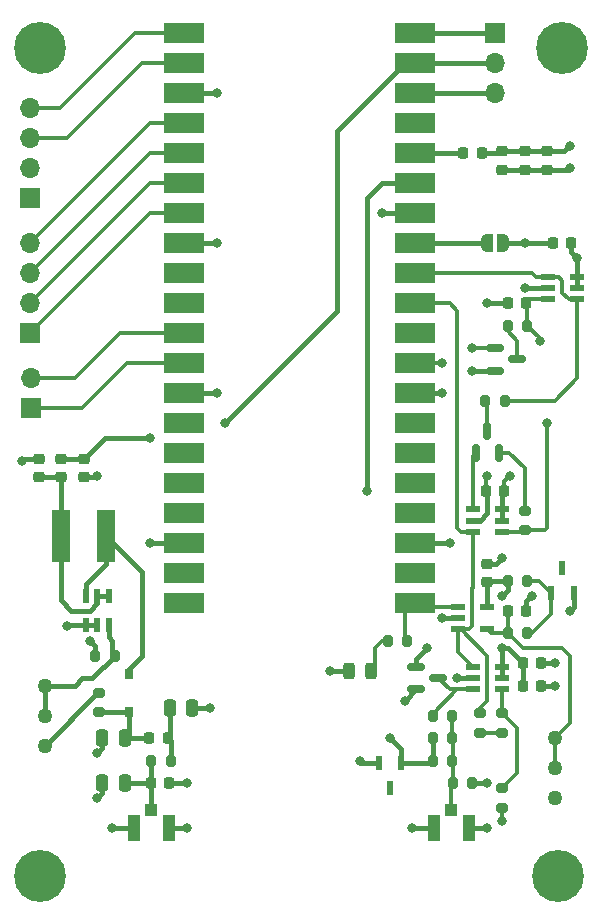
<source format=gbr>
%TF.GenerationSoftware,KiCad,Pcbnew,7.0.2-27-g7a50654f3b*%
%TF.CreationDate,2023-07-25T18:12:13-07:00*%
%TF.ProjectId,open_gamma_low_noise_v2,6f70656e-5f67-4616-9d6d-615f6c6f775f,rev?*%
%TF.SameCoordinates,Original*%
%TF.FileFunction,Copper,L1,Top*%
%TF.FilePolarity,Positive*%
%FSLAX46Y46*%
G04 Gerber Fmt 4.6, Leading zero omitted, Abs format (unit mm)*
G04 Created by KiCad (PCBNEW 7.0.2-27-g7a50654f3b) date 2023-07-25 18:12:13*
%MOMM*%
%LPD*%
G01*
G04 APERTURE LIST*
G04 Aperture macros list*
%AMRoundRect*
0 Rectangle with rounded corners*
0 $1 Rounding radius*
0 $2 $3 $4 $5 $6 $7 $8 $9 X,Y pos of 4 corners*
0 Add a 4 corners polygon primitive as box body*
4,1,4,$2,$3,$4,$5,$6,$7,$8,$9,$2,$3,0*
0 Add four circle primitives for the rounded corners*
1,1,$1+$1,$2,$3*
1,1,$1+$1,$4,$5*
1,1,$1+$1,$6,$7*
1,1,$1+$1,$8,$9*
0 Add four rect primitives between the rounded corners*
20,1,$1+$1,$2,$3,$4,$5,0*
20,1,$1+$1,$4,$5,$6,$7,0*
20,1,$1+$1,$6,$7,$8,$9,0*
20,1,$1+$1,$8,$9,$2,$3,0*%
%AMFreePoly0*
4,1,19,0.500000,-0.750000,0.000000,-0.750000,0.000000,-0.744911,-0.071157,-0.744911,-0.207708,-0.704816,-0.327430,-0.627875,-0.420627,-0.520320,-0.479746,-0.390866,-0.500000,-0.250000,-0.500000,0.250000,-0.479746,0.390866,-0.420627,0.520320,-0.327430,0.627875,-0.207708,0.704816,-0.071157,0.744911,0.000000,0.744911,0.000000,0.750000,0.500000,0.750000,0.500000,-0.750000,0.500000,-0.750000,
$1*%
%AMFreePoly1*
4,1,19,0.000000,0.744911,0.071157,0.744911,0.207708,0.704816,0.327430,0.627875,0.420627,0.520320,0.479746,0.390866,0.500000,0.250000,0.500000,-0.250000,0.479746,-0.390866,0.420627,-0.520320,0.327430,-0.627875,0.207708,-0.704816,0.071157,-0.744911,0.000000,-0.744911,0.000000,-0.750000,-0.500000,-0.750000,-0.500000,0.750000,0.000000,0.750000,0.000000,0.744911,0.000000,0.744911,
$1*%
G04 Aperture macros list end*
%TA.AperFunction,SMDPad,CuDef*%
%ADD10RoundRect,0.150000X0.150000X-0.587500X0.150000X0.587500X-0.150000X0.587500X-0.150000X-0.587500X0*%
%TD*%
%TA.AperFunction,ComponentPad*%
%ADD11R,1.700000X1.700000*%
%TD*%
%TA.AperFunction,ComponentPad*%
%ADD12O,1.700000X1.700000*%
%TD*%
%TA.AperFunction,SMDPad,CuDef*%
%ADD13R,0.760000X0.820000*%
%TD*%
%TA.AperFunction,SMDPad,CuDef*%
%ADD14R,1.200000X0.600000*%
%TD*%
%TA.AperFunction,ComponentPad*%
%ADD15C,0.700000*%
%TD*%
%TA.AperFunction,ComponentPad*%
%ADD16C,4.400000*%
%TD*%
%TA.AperFunction,SMDPad,CuDef*%
%ADD17RoundRect,0.200000X0.200000X0.275000X-0.200000X0.275000X-0.200000X-0.275000X0.200000X-0.275000X0*%
%TD*%
%TA.AperFunction,SMDPad,CuDef*%
%ADD18RoundRect,0.200000X-0.200000X-0.275000X0.200000X-0.275000X0.200000X0.275000X-0.200000X0.275000X0*%
%TD*%
%TA.AperFunction,SMDPad,CuDef*%
%ADD19RoundRect,0.225000X0.225000X0.250000X-0.225000X0.250000X-0.225000X-0.250000X0.225000X-0.250000X0*%
%TD*%
%TA.AperFunction,SMDPad,CuDef*%
%ADD20R,1.550000X4.500000*%
%TD*%
%TA.AperFunction,SMDPad,CuDef*%
%ADD21RoundRect,0.225000X-0.225000X-0.250000X0.225000X-0.250000X0.225000X0.250000X-0.225000X0.250000X0*%
%TD*%
%TA.AperFunction,ComponentPad*%
%ADD22C,1.269000*%
%TD*%
%TA.AperFunction,SMDPad,CuDef*%
%ADD23RoundRect,0.200000X0.275000X-0.200000X0.275000X0.200000X-0.275000X0.200000X-0.275000X-0.200000X0*%
%TD*%
%TA.AperFunction,SMDPad,CuDef*%
%ADD24RoundRect,0.225000X-0.250000X0.225000X-0.250000X-0.225000X0.250000X-0.225000X0.250000X0.225000X0*%
%TD*%
%TA.AperFunction,SMDPad,CuDef*%
%ADD25RoundRect,0.150000X-0.587500X-0.150000X0.587500X-0.150000X0.587500X0.150000X-0.587500X0.150000X0*%
%TD*%
%TA.AperFunction,SMDPad,CuDef*%
%ADD26RoundRect,0.243750X-0.243750X-0.456250X0.243750X-0.456250X0.243750X0.456250X-0.243750X0.456250X0*%
%TD*%
%TA.AperFunction,SMDPad,CuDef*%
%ADD27RoundRect,0.200000X-0.275000X0.200000X-0.275000X-0.200000X0.275000X-0.200000X0.275000X0.200000X0*%
%TD*%
%TA.AperFunction,SMDPad,CuDef*%
%ADD28RoundRect,0.218750X0.256250X-0.218750X0.256250X0.218750X-0.256250X0.218750X-0.256250X-0.218750X0*%
%TD*%
%TA.AperFunction,SMDPad,CuDef*%
%ADD29FreePoly0,0.000000*%
%TD*%
%TA.AperFunction,SMDPad,CuDef*%
%ADD30FreePoly1,0.000000*%
%TD*%
%TA.AperFunction,SMDPad,CuDef*%
%ADD31RoundRect,0.218750X-0.218750X-0.256250X0.218750X-0.256250X0.218750X0.256250X-0.218750X0.256250X0*%
%TD*%
%TA.AperFunction,SMDPad,CuDef*%
%ADD32R,3.500000X1.700000*%
%TD*%
%TA.AperFunction,SMDPad,CuDef*%
%ADD33RoundRect,0.225000X0.250000X-0.225000X0.250000X0.225000X-0.250000X0.225000X-0.250000X-0.225000X0*%
%TD*%
%TA.AperFunction,SMDPad,CuDef*%
%ADD34RoundRect,0.218750X0.218750X0.256250X-0.218750X0.256250X-0.218750X-0.256250X0.218750X-0.256250X0*%
%TD*%
%TA.AperFunction,SMDPad,CuDef*%
%ADD35R,0.600000X1.250000*%
%TD*%
%TA.AperFunction,SMDPad,CuDef*%
%ADD36RoundRect,0.250000X-0.250000X-0.475000X0.250000X-0.475000X0.250000X0.475000X-0.250000X0.475000X0*%
%TD*%
%TA.AperFunction,SMDPad,CuDef*%
%ADD37R,0.600000X1.200000*%
%TD*%
%TA.AperFunction,SMDPad,CuDef*%
%ADD38R,0.990600X1.041400*%
%TD*%
%TA.AperFunction,SMDPad,CuDef*%
%ADD39R,1.041400X2.209800*%
%TD*%
%TA.AperFunction,SMDPad,CuDef*%
%ADD40RoundRect,0.250000X0.250000X0.475000X-0.250000X0.475000X-0.250000X-0.475000X0.250000X-0.475000X0*%
%TD*%
%TA.AperFunction,ViaPad*%
%ADD41C,0.800000*%
%TD*%
%TA.AperFunction,Conductor*%
%ADD42C,0.399999*%
%TD*%
%TA.AperFunction,Conductor*%
%ADD43C,0.340360*%
%TD*%
G04 APERTURE END LIST*
D10*
%TO.P,D2,1,A*%
%TO.N,Net-(D2-A)*%
X187645000Y-82520000D03*
%TO.P,D2,2,K*%
%TO.N,Net-(D2-K)*%
X189545000Y-82520000D03*
%TO.P,D2,3,COM*%
%TO.N,Net-(D2-COM)*%
X188595000Y-80645000D03*
%TD*%
D11*
%TO.P,I2C1,1,Pin_1*%
%TO.N,GND*%
X149860000Y-60960000D03*
D12*
%TO.P,I2C1,2,Pin_2*%
%TO.N,VCC*%
X149860000Y-58420000D03*
%TO.P,I2C1,3,Pin_3*%
%TO.N,SCL*%
X149860000Y-55880000D03*
%TO.P,I2C1,4,Pin_4*%
%TO.N,SDA*%
X149860000Y-53340000D03*
%TD*%
D13*
%TO.P,D1,1,K*%
%TO.N,Net-(D1-K)*%
X158230000Y-104470000D03*
%TO.P,D1,2,A*%
%TO.N,Net-(D1-A)*%
X158230000Y-101270000D03*
%TD*%
D14*
%TO.P,U4,1,OUT*%
%TO.N,PEAK*%
X193695000Y-67630000D03*
%TO.P,U4,2,V-*%
%TO.N,GND*%
X193695000Y-68580000D03*
%TO.P,U4,3,+IN*%
%TO.N,Net-(U4-+IN)*%
X193695000Y-69530000D03*
%TO.P,U4,4,-IN*%
%TO.N,PEAK*%
X196195000Y-69530000D03*
%TO.P,U4,5,ENABLE*%
%TO.N,VCC*%
X196195000Y-68580000D03*
%TO.P,U4,6,V+*%
X196195000Y-67630000D03*
%TD*%
D15*
%TO.P,H3,1,1*%
%TO.N,GND*%
X149100000Y-118364000D03*
X149583274Y-117197274D03*
X149583274Y-119530726D03*
X150750000Y-116714000D03*
D16*
X150750000Y-118364000D03*
D15*
X150750000Y-120014000D03*
X151916726Y-117197274D03*
X151916726Y-119530726D03*
X152400000Y-118364000D03*
%TD*%
D17*
%TO.P,R1,1*%
%TO.N,Net-(U4-+IN)*%
X191960000Y-71755000D03*
%TO.P,R1,2*%
%TO.N,Net-(Q1-D)*%
X190310000Y-71755000D03*
%TD*%
D18*
%TO.P,R17,1*%
%TO.N,VREF*%
X183960000Y-108585000D03*
%TO.P,R17,2*%
%TO.N,SIPM*%
X185610000Y-108585000D03*
%TD*%
D19*
%TO.P,C4,1*%
%TO.N,VCC*%
X195720000Y-64770000D03*
%TO.P,C4,2*%
%TO.N,GND*%
X194170000Y-64770000D03*
%TD*%
D20*
%TO.P,L1,1,1*%
%TO.N,Net-(D1-A)*%
X156325000Y-89535000D03*
%TO.P,L1,2,2*%
%TO.N,Net-(U5-VCC)*%
X152475000Y-89535000D03*
%TD*%
D18*
%TO.P,R6,1*%
%TO.N,Net-(D3-COM)*%
X183960000Y-104775000D03*
%TO.P,R6,2*%
%TO.N,SIPM*%
X185610000Y-104775000D03*
%TD*%
D21*
%TO.P,C3,1*%
%TO.N,VCC*%
X191630000Y-100330000D03*
%TO.P,C3,2*%
%TO.N,GND*%
X193180000Y-100330000D03*
%TD*%
%TO.P,C6,1*%
%TO.N,VCC*%
X191630000Y-102235000D03*
%TO.P,C6,2*%
%TO.N,GND*%
X193180000Y-102235000D03*
%TD*%
D18*
%TO.P,R14,1*%
%TO.N,Net-(U1-IN-)*%
X190310000Y-97790000D03*
%TO.P,R14,2*%
%TO.N,VREF1*%
X191960000Y-97790000D03*
%TD*%
D19*
%TO.P,C8,1*%
%TO.N,Net-(U4-+IN)*%
X191910000Y-69850000D03*
%TO.P,C8,2*%
%TO.N,GND*%
X190360000Y-69850000D03*
%TD*%
D18*
%TO.P,R15,1*%
%TO.N,VREF*%
X183960000Y-106680000D03*
%TO.P,R15,2*%
%TO.N,SIPM*%
X185610000Y-106680000D03*
%TD*%
D21*
%TO.P,C2,1*%
%TO.N,PSU*%
X160135000Y-110490000D03*
%TO.P,C2,2*%
%TO.N,GND*%
X161685000Y-110490000D03*
%TD*%
D22*
%TO.P,R8,1,1*%
%TO.N,GND*%
X194310000Y-111760000D03*
%TO.P,R8,2,2*%
%TO.N,Net-(U1-IN-)*%
X194310000Y-109220000D03*
%TO.P,R8,3,3*%
X194310000Y-106680000D03*
%TD*%
D23*
%TO.P,R9,1*%
%TO.N,Net-(D1-K)*%
X155690000Y-104520000D03*
%TO.P,R9,2*%
%TO.N,Net-(R2-Pad1)*%
X155690000Y-102870000D03*
%TD*%
D24*
%TO.P,C14,1*%
%TO.N,VCC*%
X189865000Y-57010000D03*
%TO.P,C14,2*%
%TO.N,GND*%
X189865000Y-58560000D03*
%TD*%
D11*
%TO.P,UART1,1,Pin_1*%
%TO.N,UART1RX*%
X149975000Y-78740000D03*
D12*
%TO.P,UART1,2,Pin_2*%
%TO.N,UART1TX*%
X149975000Y-76200000D03*
%TD*%
D22*
%TO.P,R2,1,1*%
%TO.N,Net-(R2-Pad1)*%
X151130000Y-107315000D03*
%TO.P,R2,2,2*%
%TO.N,Net-(U5-FB)*%
X151130000Y-104775000D03*
%TO.P,R2,3,3*%
X151130000Y-102235000D03*
%TD*%
D14*
%TO.P,U8,1,OUT*%
%TO.N,SIG*%
X187345000Y-100650000D03*
%TO.P,U8,2,V-*%
%TO.N,GND*%
X187345000Y-101600000D03*
%TO.P,U8,3,+IN*%
%TO.N,Net-(D3-COM)*%
X187345000Y-102550000D03*
%TO.P,U8,4,-IN*%
%TO.N,Net-(U8--IN)*%
X189845000Y-102550000D03*
%TO.P,U8,5,ENABLE*%
%TO.N,VCC*%
X189845000Y-101600000D03*
%TO.P,U8,6,V+*%
X189845000Y-100650000D03*
%TD*%
D15*
%TO.P,H4,1,1*%
%TO.N,GND*%
X192914000Y-118364000D03*
X193397274Y-117197274D03*
X193397274Y-119530726D03*
X194564000Y-116714000D03*
D16*
X194564000Y-118364000D03*
D15*
X194564000Y-120014000D03*
X195730726Y-117197274D03*
X195730726Y-119530726D03*
X196214000Y-118364000D03*
%TD*%
D25*
%TO.P,D3,1,A*%
%TO.N,GND*%
X182577500Y-100650000D03*
%TO.P,D3,2,K*%
%TO.N,VCC*%
X182577500Y-102550000D03*
%TO.P,D3,3,COM*%
%TO.N,Net-(D3-COM)*%
X184452500Y-101600000D03*
%TD*%
D15*
%TO.P,H2,1,1*%
%TO.N,GND*%
X193296000Y-48260000D03*
X193779274Y-47093274D03*
X193779274Y-49426726D03*
X194946000Y-46610000D03*
D16*
X194946000Y-48260000D03*
D15*
X194946000Y-49910000D03*
X196112726Y-47093274D03*
X196112726Y-49426726D03*
X196596000Y-48260000D03*
%TD*%
D26*
%TO.P,ACT1,1,K*%
%TO.N,GND*%
X176862500Y-100965000D03*
%TO.P,ACT1,2,A*%
%TO.N,Net-(ACT1-A)*%
X178737500Y-100965000D03*
%TD*%
D27*
%TO.P,R11,1*%
%TO.N,Net-(U8--IN)*%
X189865000Y-104585000D03*
%TO.P,R11,2*%
%TO.N,Net-(R11-Pad2)*%
X189865000Y-106235000D03*
%TD*%
D21*
%TO.P,C7,1*%
%TO.N,Net-(U1-IN-)*%
X190360000Y-95885000D03*
%TO.P,C7,2*%
%TO.N,GND*%
X191910000Y-95885000D03*
%TD*%
D28*
%TO.P,L2,1,1*%
%TO.N,Net-(U5-VCC)*%
X152515000Y-84607500D03*
%TO.P,L2,2,2*%
%TO.N,VSYS*%
X152515000Y-83032500D03*
%TD*%
D25*
%TO.P,Q1,1,G*%
%TO.N,RST*%
X189230000Y-73665000D03*
%TO.P,Q1,2,S*%
%TO.N,GND*%
X189230000Y-75565000D03*
%TO.P,Q1,3,D*%
%TO.N,Net-(Q1-D)*%
X191105000Y-74615000D03*
%TD*%
D29*
%TO.P,JP1,1,A*%
%TO.N,Net-(JP1-A)*%
X188580000Y-64770000D03*
D30*
%TO.P,JP1,2,B*%
%TO.N,GND*%
X189880000Y-64770000D03*
%TD*%
D19*
%TO.P,C10,1*%
%TO.N,VCC*%
X190005000Y-85725000D03*
%TO.P,C10,2*%
%TO.N,GND*%
X188455000Y-85725000D03*
%TD*%
D18*
%TO.P,R12,1*%
%TO.N,VCC*%
X190310000Y-93345000D03*
%TO.P,R12,2*%
%TO.N,VREF1*%
X191960000Y-93345000D03*
%TD*%
D31*
%TO.P,L3,1,1*%
%TO.N,Net-(U3-3V3)*%
X186537500Y-57150000D03*
%TO.P,L3,2,2*%
%TO.N,VCC*%
X188112500Y-57150000D03*
%TD*%
D32*
%TO.P,U3,1,GPIO0*%
%TO.N,SDA*%
X162930000Y-46990000D03*
%TO.P,U3,2,GPIO1*%
%TO.N,SCL*%
X162930000Y-49530000D03*
%TO.P,U3,3,GND*%
%TO.N,GND*%
X162930000Y-52070000D03*
%TO.P,U3,4,GPIO2*%
%TO.N,SCK*%
X162930000Y-54610000D03*
%TO.P,U3,5,GPIO3*%
%TO.N,TX*%
X162930000Y-57150000D03*
%TO.P,U3,6,GPIO4*%
%TO.N,RX*%
X162930000Y-59690000D03*
%TO.P,U3,7,GPIO5*%
%TO.N,CS*%
X162930000Y-62230000D03*
%TO.P,U3,8,GND*%
%TO.N,GND*%
X162930000Y-64770000D03*
%TO.P,U3,9,GPIO6*%
%TO.N,unconnected-(U3-GPIO6-Pad9)*%
X162930000Y-67310000D03*
%TO.P,U3,10,GPIO7*%
%TO.N,unconnected-(U3-GPIO7-Pad10)*%
X162930000Y-69850000D03*
%TO.P,U3,11,GPIO8*%
%TO.N,UART1TX*%
X162930000Y-72390000D03*
%TO.P,U3,12,GPIO9*%
%TO.N,UART1RX*%
X162930000Y-74930000D03*
%TO.P,U3,13,GND*%
%TO.N,GND*%
X162930000Y-77470000D03*
%TO.P,U3,14,GPIO10*%
%TO.N,unconnected-(U3-GPIO10-Pad14)*%
X162930000Y-80010000D03*
%TO.P,U3,15,GPIO11*%
%TO.N,unconnected-(U3-GPIO11-Pad15)*%
X162930000Y-82550000D03*
%TO.P,U3,16,GPIO12*%
%TO.N,unconnected-(U3-GPIO12-Pad16)*%
X162930000Y-85090000D03*
%TO.P,U3,17,GPIO13*%
%TO.N,unconnected-(U3-GPIO13-Pad17)*%
X162930000Y-87630000D03*
%TO.P,U3,18,GND*%
%TO.N,GND*%
X162930000Y-90170000D03*
%TO.P,U3,19,GPIO14*%
%TO.N,unconnected-(U3-GPIO14-Pad19)*%
X162930000Y-92710000D03*
%TO.P,U3,20,GPIO15*%
%TO.N,unconnected-(U3-GPIO15-Pad20)*%
X162930000Y-95250000D03*
%TO.P,U3,21,GPIO16*%
%TO.N,INT*%
X182510000Y-95250000D03*
%TO.P,U3,22,GPIO17*%
%TO.N,unconnected-(U3-GPIO17-Pad22)*%
X182510000Y-92710000D03*
%TO.P,U3,23,GND*%
%TO.N,GND*%
X182510000Y-90170000D03*
%TO.P,U3,24,GPIO18*%
%TO.N,unconnected-(U3-GPIO18-Pad24)*%
X182510000Y-87630000D03*
%TO.P,U3,25,GPIO19*%
%TO.N,unconnected-(U3-GPIO19-Pad25)*%
X182510000Y-85090000D03*
%TO.P,U3,26,GPIO20*%
%TO.N,unconnected-(U3-GPIO20-Pad26)*%
X182510000Y-82550000D03*
%TO.P,U3,27,GPIO21*%
%TO.N,unconnected-(U3-GPIO21-Pad27)*%
X182510000Y-80010000D03*
%TO.P,U3,28,GND*%
%TO.N,GND*%
X182510000Y-77470000D03*
%TO.P,U3,29,GPIO22*%
%TO.N,RST*%
X182510000Y-74930000D03*
%TO.P,U3,30,RUN*%
%TO.N,unconnected-(U3-RUN-Pad30)*%
X182510000Y-72390000D03*
%TO.P,U3,31,GPIO26_ADC0*%
%TO.N,SIG*%
X182510000Y-69850000D03*
%TO.P,U3,32,GPIO27_ADC1*%
%TO.N,PEAK*%
X182510000Y-67310000D03*
%TO.P,U3,33,AGND*%
%TO.N,Net-(JP1-A)*%
X182510000Y-64770000D03*
%TO.P,U3,34,GPIO28_ADC2*%
%TO.N,GND*%
X182510000Y-62230000D03*
%TO.P,U3,35,ADC_VREF*%
%TO.N,VREF*%
X182510000Y-59690000D03*
%TO.P,U3,36,3V3*%
%TO.N,Net-(U3-3V3)*%
X182510000Y-57150000D03*
%TO.P,U3,37,3V3_EN*%
%TO.N,unconnected-(U3-3V3_EN-Pad37)*%
X182510000Y-54610000D03*
%TO.P,U3,38,GND*%
%TO.N,GND*%
X182510000Y-52070000D03*
%TO.P,U3,39,VSYS*%
%TO.N,VSYS*%
X182510000Y-49530000D03*
%TO.P,U3,40,VBUS*%
%TO.N,VBUS*%
X182510000Y-46990000D03*
%TD*%
D33*
%TO.P,C9,1*%
%TO.N,VCC*%
X188595000Y-93485000D03*
%TO.P,C9,2*%
%TO.N,GND*%
X188595000Y-91935000D03*
%TD*%
D11*
%TO.P,J3,1,Pin_1*%
%TO.N,VBUS*%
X189230000Y-46990000D03*
D12*
%TO.P,J3,2,Pin_2*%
%TO.N,VSYS*%
X189230000Y-49530000D03*
%TO.P,J3,3,Pin_3*%
%TO.N,GND*%
X189230000Y-52070000D03*
%TD*%
D34*
%TO.P,L4,1,1*%
%TO.N,Net-(C5-Pad1)*%
X161557500Y-106680000D03*
%TO.P,L4,2,2*%
%TO.N,Net-(D1-K)*%
X159982500Y-106680000D03*
%TD*%
D24*
%TO.P,C11,1*%
%TO.N,VCC*%
X191770000Y-57010000D03*
%TO.P,C11,2*%
%TO.N,GND*%
X191770000Y-58560000D03*
%TD*%
D35*
%TO.P,U6,1,+*%
%TO.N,VREF1*%
X193995000Y-94395000D03*
%TO.P,U6,2,-*%
%TO.N,GND*%
X195895000Y-94395000D03*
%TO.P,U6,3,N.C.*%
%TO.N,unconnected-(U6-N.C.-Pad3)*%
X194945000Y-92295000D03*
%TD*%
D36*
%TO.P,C5,1*%
%TO.N,Net-(C5-Pad1)*%
X161725000Y-104140000D03*
%TO.P,C5,2*%
%TO.N,GND*%
X163625000Y-104140000D03*
%TD*%
D37*
%TO.P,U5,1,PGND*%
%TO.N,GND*%
X154625000Y-97135000D03*
%TO.P,U5,2,GND*%
X155575000Y-97135000D03*
%TO.P,U5,3,FB*%
%TO.N,Net-(U5-FB)*%
X156525000Y-97135000D03*
%TO.P,U5,4,~{SHDN}*%
%TO.N,Net-(U5-VCC)*%
X156525000Y-94635000D03*
%TO.P,U5,5,VCC*%
X155575000Y-94635000D03*
%TO.P,U5,6,LX*%
%TO.N,Net-(D1-A)*%
X154625000Y-94635000D03*
%TD*%
D27*
%TO.P,R10,1*%
%TO.N,Net-(D2-K)*%
X191770000Y-87440000D03*
%TO.P,R10,2*%
%TO.N,Net-(U4-+IN)*%
X191770000Y-89090000D03*
%TD*%
D17*
%TO.P,R13,1*%
%TO.N,Net-(U5-FB)*%
X157035000Y-99695000D03*
%TO.P,R13,2*%
%TO.N,GND*%
X155385000Y-99695000D03*
%TD*%
D38*
%TO.P,J1,1,SIG*%
%TO.N,PSU*%
X160135000Y-112779200D03*
D39*
%TO.P,J1,2,GND*%
%TO.N,GND*%
X161614300Y-114300000D03*
%TO.P,J1,3,GND*%
X158655700Y-114300000D03*
%TD*%
D23*
%TO.P,R16,1*%
%TO.N,GND*%
X189865000Y-112585000D03*
%TO.P,R16,2*%
%TO.N,Net-(U8--IN)*%
X189865000Y-110935000D03*
%TD*%
D17*
%TO.P,R19,1*%
%TO.N,Net-(C5-Pad1)*%
X161785000Y-108585000D03*
%TO.P,R19,2*%
%TO.N,PSU*%
X160135000Y-108585000D03*
%TD*%
D18*
%TO.P,R3,1*%
%TO.N,Net-(D2-COM)*%
X188405000Y-78105000D03*
%TO.P,R3,2*%
%TO.N,PEAK*%
X190055000Y-78105000D03*
%TD*%
D17*
%TO.P,R5,1*%
%TO.N,INT*%
X181800000Y-98425000D03*
%TO.P,R5,2*%
%TO.N,Net-(ACT1-A)*%
X180150000Y-98425000D03*
%TD*%
D24*
%TO.P,C13,1*%
%TO.N,VSYS*%
X154420000Y-83045000D03*
%TO.P,C13,2*%
%TO.N,GND*%
X154420000Y-84595000D03*
%TD*%
D40*
%TO.P,C1,1*%
%TO.N,PSU*%
X157910000Y-110490000D03*
%TO.P,C1,2*%
%TO.N,GND*%
X156010000Y-110490000D03*
%TD*%
D33*
%TO.P,C15,1*%
%TO.N,Net-(U5-VCC)*%
X150610000Y-84595000D03*
%TO.P,C15,2*%
%TO.N,GND*%
X150610000Y-83045000D03*
%TD*%
D23*
%TO.P,R7,1*%
%TO.N,Net-(R11-Pad2)*%
X187960000Y-106235000D03*
%TO.P,R7,2*%
%TO.N,SIG*%
X187960000Y-104585000D03*
%TD*%
D14*
%TO.P,U1,1,OUT*%
%TO.N,INT*%
X186075000Y-95570000D03*
%TO.P,U1,2,GND*%
%TO.N,GND*%
X186075000Y-96520000D03*
%TO.P,U1,3,IN+*%
%TO.N,SIG*%
X186075000Y-97470000D03*
%TO.P,U1,4,IN-*%
%TO.N,Net-(U1-IN-)*%
X188575000Y-97470000D03*
%TO.P,U1,5,VCC*%
%TO.N,VCC*%
X188575000Y-95570000D03*
%TD*%
D35*
%TO.P,U2,1,+*%
%TO.N,VREF*%
X181290000Y-108805000D03*
%TO.P,U2,2,-*%
%TO.N,GND*%
X179390000Y-108805000D03*
%TO.P,U2,3,N.C.*%
%TO.N,unconnected-(U2-N.C.-Pad3)*%
X180340000Y-110905000D03*
%TD*%
D18*
%TO.P,R4,1*%
%TO.N,SIPM*%
X185675000Y-110490000D03*
%TO.P,R4,2*%
%TO.N,GND*%
X187325000Y-110490000D03*
%TD*%
D15*
%TO.P,H1,1,1*%
%TO.N,GND*%
X149100000Y-48260000D03*
X149583274Y-47093274D03*
X149583274Y-49426726D03*
X150750000Y-46610000D03*
D16*
X150750000Y-48260000D03*
D15*
X150750000Y-49910000D03*
X151916726Y-47093274D03*
X151916726Y-49426726D03*
X152400000Y-48260000D03*
%TD*%
D40*
%TO.P,C16,1*%
%TO.N,Net-(D1-K)*%
X157910000Y-106680000D03*
%TO.P,C16,2*%
%TO.N,GND*%
X156010000Y-106680000D03*
%TD*%
D11*
%TO.P,SPI1,1,Pin_1*%
%TO.N,CS*%
X149860000Y-72390000D03*
D12*
%TO.P,SPI1,2,Pin_2*%
%TO.N,RX*%
X149860000Y-69850000D03*
%TO.P,SPI1,3,Pin_3*%
%TO.N,TX*%
X149860000Y-67310000D03*
%TO.P,SPI1,4,Pin_4*%
%TO.N,SCK*%
X149860000Y-64770000D03*
%TD*%
D14*
%TO.P,U7,1,OUT*%
%TO.N,Net-(D2-A)*%
X187345000Y-87315000D03*
%TO.P,U7,2,V-*%
%TO.N,GND*%
X187345000Y-88265000D03*
%TO.P,U7,3,+IN*%
%TO.N,SIG*%
X187345000Y-89215000D03*
%TO.P,U7,4,-IN*%
%TO.N,Net-(U4-+IN)*%
X189845000Y-89215000D03*
%TO.P,U7,5,ENABLE*%
%TO.N,VCC*%
X189845000Y-88265000D03*
%TO.P,U7,6,V+*%
X189845000Y-87315000D03*
%TD*%
D24*
%TO.P,C12,1*%
%TO.N,VCC*%
X193675000Y-57010000D03*
%TO.P,C12,2*%
%TO.N,GND*%
X193675000Y-58560000D03*
%TD*%
D38*
%TO.P,J2,1,SIG*%
%TO.N,SIPM*%
X185535000Y-112779200D03*
D39*
%TO.P,J2,2,GND*%
%TO.N,GND*%
X187014300Y-114300000D03*
%TO.P,J2,3,GND*%
X184055700Y-114300000D03*
%TD*%
D41*
%TO.N,GND*%
X177800000Y-108585000D03*
X194310000Y-102235000D03*
X189865000Y-91440000D03*
X186055000Y-101600000D03*
X195580000Y-95885000D03*
X187325000Y-75565000D03*
X191770000Y-64770000D03*
X165735000Y-77470000D03*
X153035000Y-97155000D03*
X165100000Y-104140000D03*
X184785000Y-77470000D03*
X156845000Y-114300000D03*
X192405000Y-94615000D03*
X185420000Y-90170000D03*
X154940000Y-98425000D03*
X155575000Y-111760000D03*
X183515000Y-99060000D03*
X163195000Y-110490000D03*
X188595000Y-84455000D03*
X188595000Y-114300000D03*
X184785000Y-96520000D03*
X189865000Y-113665000D03*
X188595000Y-69850000D03*
X182245000Y-114300000D03*
X179705000Y-62230000D03*
X155575000Y-84455000D03*
X155575000Y-107950000D03*
X149225000Y-83185000D03*
X163195000Y-114300000D03*
X188595000Y-110490000D03*
X165735000Y-64770000D03*
X160020000Y-90170000D03*
X175260000Y-100965000D03*
X195580000Y-58420000D03*
X191770000Y-68580000D03*
X165735000Y-52070000D03*
X194310000Y-100330000D03*
%TO.N,VCC*%
X181610000Y-103505000D03*
X196215000Y-66040000D03*
X189865000Y-94615000D03*
X190500000Y-84455000D03*
X189865000Y-99060000D03*
X195580000Y-56515000D03*
%TO.N,VSYS*%
X160020000Y-81280000D03*
X166370000Y-80010000D03*
%TO.N,RST*%
X187325000Y-73660000D03*
X184785000Y-74930000D03*
%TO.N,VREF*%
X180340000Y-106680000D03*
X178435000Y-85725000D03*
%TO.N,Net-(U4-+IN)*%
X193675000Y-80010000D03*
X193040000Y-73025000D03*
%TD*%
D42*
%TO.N,GND*%
X184055700Y-114300000D02*
X182245000Y-114300000D01*
X161614300Y-114300000D02*
X163195000Y-114300000D01*
X154420000Y-84595000D02*
X155435000Y-84595000D01*
X189880000Y-64770000D02*
X191770000Y-64770000D01*
X191910000Y-95885000D02*
X191910000Y-95110000D01*
X189230000Y-75565000D02*
X187325000Y-75565000D01*
X188595000Y-91935000D02*
X189370000Y-91935000D01*
X149365000Y-83045000D02*
X149225000Y-83185000D01*
X181610000Y-90170000D02*
X185420000Y-90170000D01*
X188595000Y-85865000D02*
X188455000Y-85725000D01*
X163625000Y-104140000D02*
X165100000Y-104140000D01*
X195895000Y-94395000D02*
X195895000Y-95570000D01*
X187325000Y-110490000D02*
X188595000Y-110490000D01*
X187345000Y-101600000D02*
X186055000Y-101600000D01*
X155435000Y-84595000D02*
X155575000Y-84455000D01*
X163830000Y-64770000D02*
X165735000Y-64770000D01*
X190360000Y-69850000D02*
X188595000Y-69850000D01*
X187345000Y-88265000D02*
X187960000Y-88265000D01*
D43*
X188455000Y-85725000D02*
X188455000Y-84595000D01*
D42*
X155385000Y-98870000D02*
X154940000Y-98425000D01*
X156010000Y-107515000D02*
X155575000Y-107950000D01*
X163830000Y-77470000D02*
X165735000Y-77470000D01*
X155385000Y-99695000D02*
X155385000Y-98870000D01*
X188595000Y-87630000D02*
X188595000Y-85865000D01*
X163830000Y-52070000D02*
X165735000Y-52070000D01*
X163830000Y-90170000D02*
X160020000Y-90170000D01*
X178020000Y-108805000D02*
X177800000Y-108585000D01*
X193180000Y-102235000D02*
X194310000Y-102235000D01*
X156010000Y-111325000D02*
X155575000Y-111760000D01*
X193180000Y-100330000D02*
X194310000Y-100330000D01*
X176862500Y-100965000D02*
X175260000Y-100965000D01*
X181610000Y-52070000D02*
X189230000Y-52070000D01*
X156010000Y-110490000D02*
X156010000Y-111325000D01*
X182577500Y-100650000D02*
X182577500Y-99997500D01*
X195895000Y-95570000D02*
X195580000Y-95885000D01*
X189865000Y-58560000D02*
X195440000Y-58560000D01*
X181610000Y-77470000D02*
X184785000Y-77470000D01*
X194170000Y-64770000D02*
X191770000Y-64770000D01*
X155575000Y-97135000D02*
X153055000Y-97135000D01*
X182577500Y-99997500D02*
X183515000Y-99060000D01*
X187960000Y-88265000D02*
X188595000Y-87630000D01*
D43*
X189865000Y-112585000D02*
X189865000Y-113665000D01*
D42*
X186075000Y-96520000D02*
X184785000Y-96520000D01*
D43*
X188455000Y-84595000D02*
X188595000Y-84455000D01*
D42*
X189370000Y-91935000D02*
X189865000Y-91440000D01*
X193695000Y-68580000D02*
X191770000Y-68580000D01*
X158655700Y-114300000D02*
X156845000Y-114300000D01*
X179390000Y-108805000D02*
X178020000Y-108805000D01*
X161685000Y-110490000D02*
X163195000Y-110490000D01*
X181610000Y-62230000D02*
X179705000Y-62230000D01*
X187014300Y-114300000D02*
X188595000Y-114300000D01*
X150610000Y-83045000D02*
X149365000Y-83045000D01*
X153055000Y-97135000D02*
X153035000Y-97155000D01*
X191910000Y-95110000D02*
X192405000Y-94615000D01*
X195440000Y-58560000D02*
X195580000Y-58420000D01*
X156010000Y-106680000D02*
X156010000Y-107515000D01*
D43*
%TO.N,Net-(ACT1-A)*%
X179705000Y-98425000D02*
X179070000Y-99060000D01*
X179070000Y-99060000D02*
X179070000Y-100632500D01*
X180150000Y-98425000D02*
X179705000Y-98425000D01*
X179070000Y-100632500D02*
X178737500Y-100965000D01*
D42*
%TO.N,PSU*%
X160135000Y-110490000D02*
X160135000Y-108585000D01*
X160135000Y-110490000D02*
X157910000Y-110490000D01*
X160135000Y-110490000D02*
X160135000Y-112779200D01*
D43*
%TO.N,Net-(D2-K)*%
X189545000Y-82520000D02*
X190470000Y-82520000D01*
X191770000Y-83820000D02*
X191770000Y-87440000D01*
X190470000Y-82520000D02*
X191770000Y-83820000D01*
D42*
%TO.N,VCC*%
X189725000Y-57150000D02*
X189865000Y-57010000D01*
X189845000Y-99080000D02*
X189865000Y-99060000D01*
X189845000Y-101600000D02*
X189845000Y-100650000D01*
D43*
X190005000Y-84950000D02*
X190500000Y-84455000D01*
D42*
X182577500Y-102550000D02*
X182565000Y-102550000D01*
X190310000Y-93345000D02*
X190310000Y-94170000D01*
X189845000Y-87315000D02*
X189845000Y-85885000D01*
X188595000Y-93485000D02*
X188595000Y-95550000D01*
X189845000Y-85885000D02*
X190005000Y-85725000D01*
X195085000Y-57010000D02*
X195580000Y-56515000D01*
X195720000Y-65545000D02*
X196215000Y-66040000D01*
X191630000Y-102235000D02*
X191630000Y-100330000D01*
X190310000Y-94170000D02*
X189865000Y-94615000D01*
X188112500Y-57150000D02*
X189725000Y-57150000D01*
X191770000Y-57010000D02*
X193675000Y-57010000D01*
X189845000Y-100650000D02*
X189845000Y-99080000D01*
X188595000Y-95550000D02*
X188575000Y-95570000D01*
X193675000Y-57010000D02*
X195085000Y-57010000D01*
X190360000Y-99060000D02*
X191630000Y-100330000D01*
D43*
X190005000Y-85725000D02*
X190005000Y-84950000D01*
D42*
X196195000Y-68580000D02*
X196195000Y-66060000D01*
X190310000Y-93345000D02*
X188735000Y-93345000D01*
X196195000Y-66060000D02*
X196215000Y-66040000D01*
X189845000Y-88265000D02*
X189845000Y-87315000D01*
X189865000Y-57010000D02*
X191770000Y-57010000D01*
X182565000Y-102550000D02*
X181610000Y-103505000D01*
X195720000Y-64770000D02*
X195720000Y-65545000D01*
X188735000Y-93345000D02*
X188595000Y-93485000D01*
X189865000Y-99060000D02*
X190360000Y-99060000D01*
%TO.N,VSYS*%
X152515000Y-83032500D02*
X154407500Y-83032500D01*
X154407500Y-83032500D02*
X154420000Y-83045000D01*
X181610000Y-49530000D02*
X175895000Y-55245000D01*
X175895000Y-70485000D02*
X166370000Y-80010000D01*
X160020000Y-81280000D02*
X156185000Y-81280000D01*
X175895000Y-55245000D02*
X175895000Y-70485000D01*
X181610000Y-49530000D02*
X189230000Y-49530000D01*
X156185000Y-81280000D02*
X154420000Y-83045000D01*
D43*
%TO.N,Net-(D2-A)*%
X187345000Y-87315000D02*
X187345000Y-82820000D01*
X187345000Y-82820000D02*
X187645000Y-82520000D01*
%TO.N,Net-(D3-COM)*%
X183960000Y-104645000D02*
X186055000Y-102550000D01*
X187345000Y-102550000D02*
X186055000Y-102550000D01*
X185402500Y-102550000D02*
X184452500Y-101600000D01*
X186055000Y-102550000D02*
X185402500Y-102550000D01*
X183960000Y-104775000D02*
X183960000Y-104645000D01*
%TO.N,SCL*%
X159385000Y-49530000D02*
X153035000Y-55880000D01*
X163830000Y-49530000D02*
X159385000Y-49530000D01*
X153035000Y-55880000D02*
X149860000Y-55880000D01*
%TO.N,SDA*%
X158750000Y-46990000D02*
X163830000Y-46990000D01*
X152400000Y-53340000D02*
X158750000Y-46990000D01*
X149860000Y-53340000D02*
X152400000Y-53340000D01*
%TO.N,PEAK*%
X192405000Y-67310000D02*
X192725000Y-67630000D01*
X194630000Y-67630000D02*
X194945000Y-67945000D01*
X194945000Y-67945000D02*
X194945000Y-68969360D01*
X193695000Y-67630000D02*
X194630000Y-67630000D01*
X195505640Y-69530000D02*
X196195000Y-69530000D01*
X194310000Y-78105000D02*
X196195000Y-76220000D01*
X190055000Y-78105000D02*
X194310000Y-78105000D01*
X196195000Y-76220000D02*
X196195000Y-69530000D01*
X194945000Y-68969360D02*
X195505640Y-69530000D01*
X181610000Y-67310000D02*
X192405000Y-67310000D01*
X192725000Y-67630000D02*
X193695000Y-67630000D01*
%TO.N,SIPM*%
X185610000Y-106680000D02*
X185610000Y-104775000D01*
X185675000Y-108585000D02*
X185675000Y-106680000D01*
X185535000Y-112779200D02*
X185535000Y-110630000D01*
X185535000Y-110630000D02*
X185675000Y-110490000D01*
X185675000Y-110490000D02*
X185675000Y-108585000D01*
D42*
%TO.N,VBUS*%
X189230000Y-46990000D02*
X181610000Y-46990000D01*
%TO.N,Net-(JP1-A)*%
X188580000Y-64770000D02*
X181610000Y-64770000D01*
D43*
%TO.N,RST*%
X187325000Y-73660000D02*
X189225000Y-73660000D01*
X181610000Y-74930000D02*
X184785000Y-74930000D01*
X189225000Y-73660000D02*
X189230000Y-73665000D01*
%TO.N,Net-(Q1-D)*%
X191135000Y-73025000D02*
X190310000Y-72200000D01*
X191105000Y-74615000D02*
X191105000Y-73055000D01*
X190310000Y-72200000D02*
X190310000Y-71755000D01*
X191105000Y-73055000D02*
X191135000Y-73025000D01*
D42*
%TO.N,VREF*%
X181290000Y-107630000D02*
X180340000Y-106680000D01*
X183740000Y-108805000D02*
X183960000Y-108585000D01*
X181610000Y-59690000D02*
X179705000Y-59690000D01*
X181290000Y-108805000D02*
X183740000Y-108805000D01*
X181290000Y-108805000D02*
X181290000Y-107630000D01*
X179705000Y-59690000D02*
X178435000Y-60960000D01*
X183960000Y-108585000D02*
X183960000Y-106680000D01*
X178435000Y-60960000D02*
X178435000Y-62230000D01*
X178435000Y-62230000D02*
X178435000Y-85725000D01*
D43*
%TO.N,SIG*%
X186075000Y-97470000D02*
X186075000Y-99380000D01*
X187325000Y-93980000D02*
X187345000Y-93960000D01*
X186370000Y-97470000D02*
X188595000Y-99695000D01*
X187960000Y-104140000D02*
X188595000Y-103505000D01*
X186075000Y-97470000D02*
X186370000Y-97470000D01*
X187345000Y-93960000D02*
X187345000Y-89215000D01*
X187010000Y-97470000D02*
X187325000Y-97155000D01*
X186370000Y-89215000D02*
X186055000Y-88900000D01*
X188595000Y-99695000D02*
X188595000Y-103505000D01*
X186075000Y-97470000D02*
X187010000Y-97470000D01*
X187325000Y-97155000D02*
X187325000Y-93980000D01*
X181610000Y-69850000D02*
X185420000Y-69850000D01*
X186075000Y-99380000D02*
X187345000Y-100650000D01*
X185420000Y-69850000D02*
X186055000Y-70485000D01*
X186055000Y-88900000D02*
X186055000Y-70485000D01*
X187960000Y-104585000D02*
X187960000Y-104140000D01*
X187345000Y-89215000D02*
X186370000Y-89215000D01*
%TO.N,INT*%
X182880000Y-95250000D02*
X181610000Y-95250000D01*
X181610000Y-95250000D02*
X181930000Y-95570000D01*
X181610000Y-98235000D02*
X181800000Y-98425000D01*
X181610000Y-95250000D02*
X181610000Y-98235000D01*
X181930000Y-95570000D02*
X186075000Y-95570000D01*
%TO.N,VREF1*%
X193995000Y-96200000D02*
X193995000Y-94395000D01*
X191960000Y-93345000D02*
X192945000Y-93345000D01*
X192405000Y-97790000D02*
X193995000Y-96200000D01*
X191960000Y-97790000D02*
X192405000Y-97790000D01*
X192945000Y-93345000D02*
X193995000Y-94395000D01*
%TO.N,CS*%
X160020000Y-62230000D02*
X149860000Y-72390000D01*
X163830000Y-62230000D02*
X160020000Y-62230000D01*
%TO.N,RX*%
X149860000Y-69850000D02*
X160020000Y-59690000D01*
X160020000Y-59690000D02*
X163830000Y-59690000D01*
%TO.N,TX*%
X160020000Y-57150000D02*
X163830000Y-57150000D01*
X149860000Y-67310000D02*
X160020000Y-57150000D01*
%TO.N,SCK*%
X149860000Y-64770000D02*
X160020000Y-54610000D01*
X160020000Y-54610000D02*
X163830000Y-54610000D01*
%TO.N,UART1TX*%
X157480000Y-72390000D02*
X153670000Y-76200000D01*
X163830000Y-72390000D02*
X157480000Y-72390000D01*
X153670000Y-76200000D02*
X149975000Y-76200000D01*
%TO.N,UART1RX*%
X154305000Y-78740000D02*
X158115000Y-74930000D01*
X149975000Y-78740000D02*
X154305000Y-78740000D01*
X158115000Y-74930000D02*
X163830000Y-74930000D01*
D42*
%TO.N,Net-(C5-Pad1)*%
X161785000Y-106907500D02*
X161557500Y-106680000D01*
X161785000Y-108585000D02*
X161785000Y-106907500D01*
X161725000Y-104140000D02*
X161725000Y-106512500D01*
X161725000Y-106512500D02*
X161557500Y-106680000D01*
D43*
%TO.N,Net-(U1-IN-)*%
X194310000Y-106680000D02*
X194310000Y-109220000D01*
X194945000Y-99060000D02*
X191580000Y-99060000D01*
X188895000Y-97790000D02*
X188575000Y-97470000D01*
X190310000Y-97790000D02*
X188895000Y-97790000D01*
X195580000Y-99695000D02*
X194945000Y-99060000D01*
X194310000Y-106680000D02*
X195580000Y-105410000D01*
X195580000Y-105410000D02*
X195580000Y-99695000D01*
X190360000Y-97740000D02*
X190310000Y-97790000D01*
X191580000Y-99060000D02*
X190310000Y-97790000D01*
X190360000Y-95885000D02*
X190360000Y-97740000D01*
%TO.N,Net-(U4-+IN)*%
X189845000Y-89215000D02*
X191645000Y-89215000D01*
X193485000Y-89090000D02*
X193675000Y-88900000D01*
X193675000Y-88900000D02*
X193675000Y-80010000D01*
X193695000Y-69530000D02*
X192230000Y-69530000D01*
X191960000Y-69900000D02*
X191910000Y-69850000D01*
X191960000Y-71755000D02*
X191960000Y-69900000D01*
X191645000Y-89215000D02*
X191770000Y-89090000D01*
X193040000Y-72835000D02*
X191960000Y-71755000D01*
X193040000Y-73025000D02*
X193040000Y-72835000D01*
X191770000Y-89090000D02*
X193485000Y-89090000D01*
X192230000Y-69530000D02*
X191910000Y-69850000D01*
D42*
%TO.N,Net-(U5-VCC)*%
X153352500Y-95885000D02*
X152475000Y-95007500D01*
X150622500Y-84607500D02*
X150610000Y-84595000D01*
X152475000Y-89535000D02*
X152475000Y-84647500D01*
X152515000Y-84607500D02*
X150622500Y-84607500D01*
X154940000Y-95885000D02*
X153352500Y-95885000D01*
X152475000Y-84647500D02*
X152515000Y-84607500D01*
X156525000Y-94635000D02*
X155575000Y-94635000D01*
X152475000Y-95007500D02*
X152475000Y-89535000D01*
X155575000Y-94635000D02*
X155575000Y-95250000D01*
X155575000Y-95250000D02*
X154940000Y-95885000D01*
%TO.N,Net-(D1-K)*%
X155740000Y-104470000D02*
X155690000Y-104520000D01*
X158230000Y-104470000D02*
X158230000Y-106360000D01*
X159982500Y-106680000D02*
X157910000Y-106680000D01*
X158230000Y-106360000D02*
X157910000Y-106680000D01*
X158230000Y-104470000D02*
X155740000Y-104470000D01*
%TO.N,Net-(D1-A)*%
X159385000Y-92595000D02*
X156325000Y-89535000D01*
X158230000Y-100850000D02*
X159385000Y-99695000D01*
X154625000Y-94635000D02*
X154625000Y-93660000D01*
X158230000Y-101270000D02*
X158230000Y-100850000D01*
X156325000Y-91960000D02*
X156325000Y-89535000D01*
X154625000Y-93660000D02*
X156325000Y-91960000D01*
X159385000Y-99695000D02*
X159385000Y-92595000D01*
D43*
%TO.N,Net-(D2-COM)*%
X188595000Y-78295000D02*
X188405000Y-78105000D01*
X188595000Y-80645000D02*
X188595000Y-78295000D01*
D42*
%TO.N,Net-(U3-3V3)*%
X186537500Y-57150000D02*
X181610000Y-57150000D01*
%TO.N,Net-(R2-Pad1)*%
X155575000Y-102870000D02*
X155690000Y-102870000D01*
X151130000Y-107315000D02*
X155575000Y-102870000D01*
%TO.N,Net-(U5-FB)*%
X154305000Y-101600000D02*
X155130000Y-101600000D01*
X153670000Y-102235000D02*
X154305000Y-101600000D01*
X156845000Y-99505000D02*
X157035000Y-99695000D01*
X155130000Y-101600000D02*
X157035000Y-99695000D01*
X156845000Y-98425000D02*
X156845000Y-99505000D01*
X151130000Y-104775000D02*
X151130000Y-102235000D01*
X151130000Y-102235000D02*
X153670000Y-102235000D01*
X156525000Y-97135000D02*
X156525000Y-98105000D01*
X156525000Y-98105000D02*
X156845000Y-98425000D01*
D43*
%TO.N,Net-(R11-Pad2)*%
X189865000Y-106235000D02*
X187960000Y-106235000D01*
%TO.N,Net-(U8--IN)*%
X191135000Y-105855000D02*
X189865000Y-104585000D01*
X189865000Y-104585000D02*
X189865000Y-102570000D01*
X189865000Y-102570000D02*
X189845000Y-102550000D01*
X191135000Y-109665000D02*
X191135000Y-105855000D01*
X189865000Y-110935000D02*
X191135000Y-109665000D01*
%TD*%
M02*

</source>
